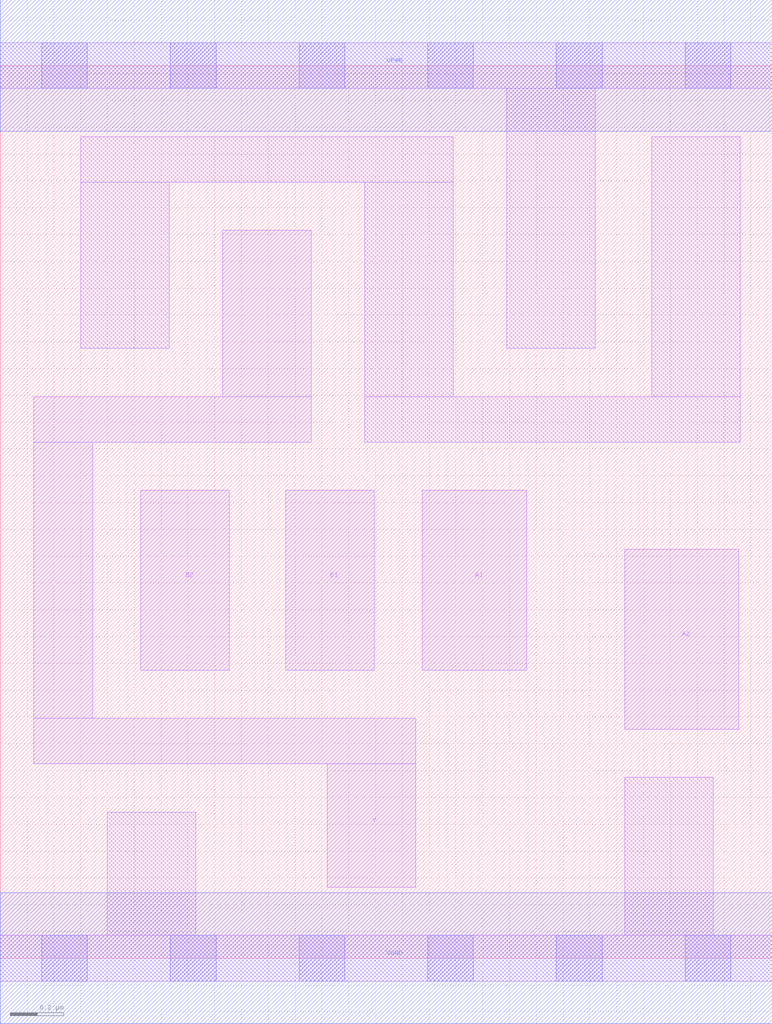
<source format=lef>
# Copyright 2020 The SkyWater PDK Authors
#
# Licensed under the Apache License, Version 2.0 (the "License");
# you may not use this file except in compliance with the License.
# You may obtain a copy of the License at
#
#     https://www.apache.org/licenses/LICENSE-2.0
#
# Unless required by applicable law or agreed to in writing, software
# distributed under the License is distributed on an "AS IS" BASIS,
# WITHOUT WARRANTIES OR CONDITIONS OF ANY KIND, either express or implied.
# See the License for the specific language governing permissions and
# limitations under the License.
#
# SPDX-License-Identifier: Apache-2.0

VERSION 5.7 ;
  NAMESCASESENSITIVE ON ;
  NOWIREEXTENSIONATPIN ON ;
  DIVIDERCHAR "/" ;
  BUSBITCHARS "[]" ;
UNITS
  DATABASE MICRONS 200 ;
END UNITS
MACRO sky130_fd_sc_lp__a22oi_lp
  CLASS CORE ;
  FOREIGN sky130_fd_sc_lp__a22oi_lp ;
  ORIGIN  0.000000  0.000000 ;
  SIZE  2.880000 BY  3.330000 ;
  SYMMETRY X Y R90 ;
  SITE unit ;
  PIN A1
    ANTENNAGATEAREA  0.313000 ;
    DIRECTION INPUT ;
    USE SIGNAL ;
    PORT
      LAYER li1 ;
        RECT 1.575000 1.075000 1.965000 1.745000 ;
    END
  END A1
  PIN A2
    ANTENNAGATEAREA  0.313000 ;
    DIRECTION INPUT ;
    USE SIGNAL ;
    PORT
      LAYER li1 ;
        RECT 2.330000 0.855000 2.755000 1.525000 ;
    END
  END A2
  PIN B1
    ANTENNAGATEAREA  0.313000 ;
    DIRECTION INPUT ;
    USE SIGNAL ;
    PORT
      LAYER li1 ;
        RECT 1.065000 1.075000 1.395000 1.745000 ;
    END
  END B1
  PIN B2
    ANTENNAGATEAREA  0.313000 ;
    DIRECTION INPUT ;
    USE SIGNAL ;
    PORT
      LAYER li1 ;
        RECT 0.525000 1.075000 0.855000 1.745000 ;
    END
  END B2
  PIN Y
    ANTENNADIFFAREA  0.443800 ;
    DIRECTION OUTPUT ;
    USE SIGNAL ;
    PORT
      LAYER li1 ;
        RECT 0.125000 0.725000 1.550000 0.895000 ;
        RECT 0.125000 0.895000 0.345000 1.925000 ;
        RECT 0.125000 1.925000 1.160000 2.095000 ;
        RECT 0.830000 2.095000 1.160000 2.715000 ;
        RECT 1.220000 0.265000 1.550000 0.725000 ;
    END
  END Y
  PIN VGND
    DIRECTION INOUT ;
    USE GROUND ;
    PORT
      LAYER met1 ;
        RECT 0.000000 -0.245000 2.880000 0.245000 ;
    END
  END VGND
  PIN VPWR
    DIRECTION INOUT ;
    USE POWER ;
    PORT
      LAYER met1 ;
        RECT 0.000000 3.085000 2.880000 3.575000 ;
    END
  END VPWR
  OBS
    LAYER li1 ;
      RECT 0.000000 -0.085000 2.880000 0.085000 ;
      RECT 0.000000  3.245000 2.880000 3.415000 ;
      RECT 0.300000  2.275000 0.630000 2.895000 ;
      RECT 0.300000  2.895000 1.690000 3.065000 ;
      RECT 0.400000  0.085000 0.730000 0.545000 ;
      RECT 1.360000  1.925000 2.760000 2.095000 ;
      RECT 1.360000  2.095000 1.690000 2.895000 ;
      RECT 1.890000  2.275000 2.220000 3.245000 ;
      RECT 2.330000  0.085000 2.660000 0.675000 ;
      RECT 2.430000  2.095000 2.760000 3.065000 ;
    LAYER mcon ;
      RECT 0.155000 -0.085000 0.325000 0.085000 ;
      RECT 0.155000  3.245000 0.325000 3.415000 ;
      RECT 0.635000 -0.085000 0.805000 0.085000 ;
      RECT 0.635000  3.245000 0.805000 3.415000 ;
      RECT 1.115000 -0.085000 1.285000 0.085000 ;
      RECT 1.115000  3.245000 1.285000 3.415000 ;
      RECT 1.595000 -0.085000 1.765000 0.085000 ;
      RECT 1.595000  3.245000 1.765000 3.415000 ;
      RECT 2.075000 -0.085000 2.245000 0.085000 ;
      RECT 2.075000  3.245000 2.245000 3.415000 ;
      RECT 2.555000 -0.085000 2.725000 0.085000 ;
      RECT 2.555000  3.245000 2.725000 3.415000 ;
  END
END sky130_fd_sc_lp__a22oi_lp
END LIBRARY

</source>
